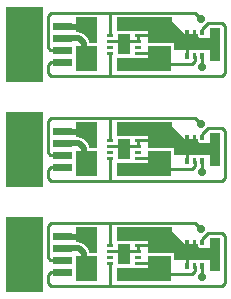
<source format=gbr>
G04 start of page 2 for group 0 idx 0 *
G04 Title: (unknown), top *
G04 Creator: pcb 20140316 *
G04 CreationDate: Thu 29 Nov 2018 09:56:59 PM GMT UTC *
G04 For: railfan *
G04 Format: Gerber/RS-274X *
G04 PCB-Dimensions (mil): 900.00 970.00 *
G04 PCB-Coordinate-Origin: lower left *
%MOIN*%
%FSLAX25Y25*%
%LNTOP*%
%ADD23C,0.0120*%
%ADD22C,0.0310*%
%ADD21C,0.0280*%
%ADD20R,0.0354X0.0354*%
%ADD19R,0.0098X0.0098*%
%ADD18R,0.0394X0.0394*%
%ADD17R,0.0118X0.0118*%
%ADD16R,0.0512X0.0512*%
%ADD15R,0.0384X0.0384*%
%ADD14R,0.0236X0.0236*%
%ADD13C,0.0100*%
%ADD12C,0.0200*%
%ADD11C,0.0001*%
G54D11*G36*
X7500Y71000D02*Y96000D01*
X20000D01*
Y93059D01*
X19995Y93000D01*
X20000Y92941D01*
Y82559D01*
X19995Y82500D01*
X20000Y82441D01*
Y76559D01*
X19995Y76500D01*
X20000Y76441D01*
Y74059D01*
X19995Y74000D01*
X20000Y73941D01*
Y71000D01*
X7500D01*
G37*
G36*
Y36000D02*Y61000D01*
X20000D01*
Y58059D01*
X19995Y58000D01*
X20000Y57941D01*
Y47559D01*
X19995Y47500D01*
X20000Y47441D01*
Y41559D01*
X19995Y41500D01*
X20000Y41441D01*
Y39059D01*
X19995Y39000D01*
X20000Y38941D01*
Y36000D01*
X7500D01*
G37*
G36*
Y1000D02*Y26000D01*
X20000D01*
Y23059D01*
X19995Y23000D01*
X20000Y22941D01*
Y12559D01*
X19995Y12500D01*
X20000Y12441D01*
Y6559D01*
X19995Y6500D01*
X20000Y6441D01*
Y4059D01*
X19995Y4000D01*
X20000Y3941D01*
Y1000D01*
X7500D01*
G37*
G36*
X62500Y83000D02*Y74500D01*
X55000D01*
Y83000D01*
X62500D01*
G37*
G36*
X44500Y74500D02*Y79000D01*
X57500D01*
Y74500D01*
X44500D01*
G37*
G36*
X38000Y57500D02*Y49000D01*
X35506D01*
Y49000D01*
X35481Y49314D01*
X35481Y49314D01*
X35408Y49620D01*
X35288Y49911D01*
X35123Y50179D01*
X34919Y50419D01*
X34859Y50470D01*
X33501Y51827D01*
X33450Y51887D01*
X33211Y52091D01*
X33211Y52092D01*
X32942Y52256D01*
X32651Y52376D01*
X32345Y52450D01*
X32032Y52475D01*
X31953Y52469D01*
X31000D01*
Y57500D01*
X38000D01*
G37*
G36*
X57500D02*Y53000D01*
X44500D01*
Y57500D01*
X57500D01*
G37*
G36*
X31000Y48000D02*X31500D01*
Y45500D01*
X31519Y45186D01*
X31592Y44880D01*
X31712Y44589D01*
X31877Y44321D01*
X32081Y44081D01*
X32321Y43877D01*
X32589Y43712D01*
X32880Y43592D01*
X33186Y43519D01*
X33500Y43494D01*
X33814Y43519D01*
X34120Y43592D01*
X34411Y43712D01*
X34679Y43877D01*
X34919Y44081D01*
X35123Y44321D01*
X35288Y44589D01*
X35408Y44880D01*
X35481Y45186D01*
X35500Y45500D01*
Y48000D01*
X38000D01*
Y39500D01*
X31000D01*
Y48000D01*
G37*
G36*
X38000D01*
Y41500D01*
X31000D01*
Y48000D01*
G37*
G36*
X38000Y22500D02*Y14000D01*
X35506D01*
Y14000D01*
X35481Y14314D01*
X35481Y14314D01*
X35408Y14620D01*
X35288Y14911D01*
X35123Y15179D01*
X34919Y15419D01*
X34859Y15470D01*
X33501Y16827D01*
X33450Y16887D01*
X33211Y17091D01*
X33211Y17092D01*
X32942Y17256D01*
X32651Y17376D01*
X32345Y17450D01*
X32032Y17475D01*
X31953Y17469D01*
X31000D01*
Y22500D01*
X38000D01*
G37*
G36*
X31000Y13000D02*X31500D01*
Y10500D01*
X31519Y10186D01*
X31592Y9880D01*
X31712Y9589D01*
X31877Y9321D01*
X32081Y9081D01*
X32321Y8877D01*
X32589Y8712D01*
X32880Y8592D01*
X33186Y8519D01*
X33500Y8494D01*
X33814Y8519D01*
X34120Y8592D01*
X34411Y8712D01*
X34679Y8877D01*
X34919Y9081D01*
X35123Y9321D01*
X35288Y9589D01*
X35408Y9880D01*
X35481Y10186D01*
X35500Y10500D01*
Y13000D01*
X38000D01*
Y4500D01*
X31000D01*
Y13000D01*
G37*
G36*
X38000D01*
Y6500D01*
X31000D01*
Y13000D01*
G37*
G36*
X62500Y48000D02*Y39500D01*
X55000D01*
Y48000D01*
X62500D01*
G37*
G36*
Y13000D02*Y4500D01*
X55000D01*
Y13000D01*
X62500D01*
G37*
G36*
X63000Y14000D02*X55000D01*
Y22500D01*
X63000D01*
Y14000D01*
G37*
G36*
X63500Y11500D02*Y17000D01*
X71500D01*
X71574Y16889D01*
X71577Y16311D01*
X71610Y16174D01*
X71664Y16043D01*
X71738Y15922D01*
X71830Y15814D01*
X71938Y15722D01*
X72059Y15648D01*
X72190Y15594D01*
X72327Y15561D01*
X72465Y15553D01*
X72500Y15500D01*
X77000D01*
Y11500D01*
X63500D01*
G37*
G36*
X64500Y14000D02*X61500D01*
Y22500D01*
X67000Y17000D01*
Y14000D01*
X64500D01*
G37*
G36*
X75621Y19000D02*X78879D01*
X79000Y18879D01*
Y8000D01*
X75500D01*
Y18879D01*
X75621Y19000D01*
G37*
G36*
X44500Y39500D02*Y44000D01*
X57500D01*
Y39500D01*
X44500D01*
G37*
G36*
X57500Y22500D02*Y18000D01*
X44500D01*
Y22500D01*
X57500D01*
G37*
G36*
X44500Y4500D02*Y9000D01*
X57500D01*
Y4500D01*
X44500D01*
G37*
G36*
X63000Y49000D02*X55000D01*
Y57500D01*
X63000D01*
Y49000D01*
G37*
G36*
X63500Y46500D02*Y52000D01*
X71500D01*
X71574Y51889D01*
X71577Y51311D01*
X71610Y51174D01*
X71664Y51043D01*
X71738Y50922D01*
X71830Y50814D01*
X71938Y50722D01*
X72059Y50648D01*
X72190Y50594D01*
X72327Y50561D01*
X72465Y50553D01*
X72500Y50500D01*
X77000D01*
Y46500D01*
X63500D01*
G37*
G36*
X64500Y49000D02*X61500D01*
Y57500D01*
X67000Y52000D01*
Y49000D01*
X64500D01*
G37*
G36*
X75621Y54000D02*X78879D01*
X79000Y53879D01*
Y43000D01*
X75500D01*
Y53879D01*
X75621Y54000D01*
G37*
G36*
X38000Y92500D02*Y84000D01*
X35506D01*
Y84000D01*
X35481Y84314D01*
X35481Y84314D01*
X35408Y84620D01*
X35288Y84911D01*
X35123Y85179D01*
X34919Y85419D01*
X34859Y85470D01*
X33501Y86827D01*
X33450Y86887D01*
X33211Y87091D01*
X33211Y87092D01*
X32942Y87256D01*
X32651Y87376D01*
X32345Y87450D01*
X32032Y87475D01*
X31953Y87469D01*
X31000D01*
Y92500D01*
X38000D01*
G37*
G36*
X31000Y83000D02*X31500D01*
Y80500D01*
X31519Y80186D01*
X31592Y79880D01*
X31712Y79589D01*
X31877Y79321D01*
X32081Y79081D01*
X32321Y78877D01*
X32589Y78712D01*
X32880Y78592D01*
X33186Y78519D01*
X33500Y78494D01*
X33814Y78519D01*
X34120Y78592D01*
X34411Y78712D01*
X34679Y78877D01*
X34919Y79081D01*
X35123Y79321D01*
X35288Y79589D01*
X35408Y79880D01*
X35481Y80186D01*
X35500Y80500D01*
Y83000D01*
X38000D01*
Y74500D01*
X31000D01*
Y83000D01*
G37*
G36*
X57500Y92500D02*Y88000D01*
X44500D01*
Y92500D01*
X57500D01*
G37*
G36*
X31000Y83000D02*X38000D01*
Y76500D01*
X31000D01*
Y83000D01*
G37*
G36*
X63000Y84000D02*X55000D01*
Y92500D01*
X63000D01*
Y84000D01*
G37*
G36*
X63500Y81500D02*Y87000D01*
X71500D01*
X71574Y86889D01*
X71577Y86311D01*
X71610Y86174D01*
X71664Y86043D01*
X71738Y85922D01*
X71830Y85814D01*
X71938Y85722D01*
X72059Y85648D01*
X72190Y85594D01*
X72327Y85561D01*
X72465Y85553D01*
X72500Y85500D01*
X77000D01*
Y81500D01*
X63500D01*
G37*
G36*
X64500Y84000D02*X61500D01*
Y92500D01*
X67000Y87000D01*
Y84000D01*
X64500D01*
G37*
G36*
X75621Y89000D02*X78879D01*
X79000Y88879D01*
Y78000D01*
X75500D01*
Y88879D01*
X75621Y89000D01*
G37*
G54D12*X26500Y54406D02*X33500D01*
X26500Y50469D02*X32031D01*
X33500Y49000D01*
G54D13*X42374Y51453D02*Y59000D01*
G54D12*X33500Y49000D02*Y45500D01*
G54D13*X42374Y45547D02*Y38000D01*
X26500Y46531D02*X22469D01*
X26500Y42594D02*X22594D01*
X21500Y41500D01*
Y39000D01*
X22500Y38000D01*
X22469Y46531D02*X21500Y47500D01*
Y58000D01*
X22500Y59000D01*
X42374Y49484D02*X51626D01*
Y51453D02*Y49484D01*
Y51500D02*X56000D01*
X22500Y59000D02*X70500D01*
X67941Y44661D02*Y48500D01*
X70500Y44661D02*Y43000D01*
X51626Y45547D02*X56000D01*
X22500Y38000D02*X79500D01*
X70500Y43000D02*X69500Y42000D01*
X60000D01*
X73059Y44661D02*Y41000D01*
X79500Y38000D02*X80500Y39000D01*
Y54500D01*
X79500Y55500D01*
X75000D01*
X73059Y53559D01*
Y52339D01*
X70500Y59000D02*X72500Y57000D01*
G54D12*X26500Y19406D02*X33500D01*
X26500Y15469D02*X32031D01*
G54D13*X22500Y24000D02*X70500D01*
G54D12*X32031Y15469D02*X33500Y14000D01*
G54D13*X42374Y14484D02*X51626D01*
Y16453D02*Y14484D01*
Y16500D02*X56000D01*
X51626Y10547D02*X56000D01*
G54D12*X33500Y14000D02*Y10500D01*
G54D13*X42374Y10547D02*Y3000D01*
Y16453D02*Y24000D01*
X22469Y11531D02*X21500Y12500D01*
Y23000D01*
X22500Y24000D01*
X70500D02*X72500Y22000D01*
X26500Y11531D02*X22469D01*
X26500Y7594D02*X22594D01*
X21500Y6500D01*
Y4000D01*
X22500Y3000D01*
X79500D01*
X67941Y9661D02*Y13500D01*
X79500Y3000D02*X80500Y4000D01*
X70500Y9661D02*Y8000D01*
X69500Y7000D01*
X60000D01*
X73059Y9661D02*Y6000D01*
X80500Y4000D02*Y19500D01*
X79500Y20500D01*
X75000D01*
X73059Y18559D01*
Y17339D01*
X42374Y84484D02*X51626D01*
Y86453D02*Y84484D01*
X42374Y80547D02*Y73000D01*
Y86453D02*Y94000D01*
X51626Y86500D02*X56000D01*
X22500Y73000D02*X79500D01*
X80500Y74000D01*
X22500Y94000D02*X70500D01*
X73059Y79661D02*Y76000D01*
X79500Y90500D02*X75000D01*
X73059Y88559D01*
Y87339D01*
X70500Y94000D02*X72500Y92000D01*
X26500Y81531D02*X22469D01*
X21500Y82500D01*
Y93000D01*
G54D12*X26500Y89406D02*X33500D01*
X26500Y85469D02*X32031D01*
X33500Y84000D01*
Y80500D01*
G54D13*X21500Y93000D02*X22500Y94000D01*
X26500Y77594D02*X22594D01*
X21500Y76500D01*
Y74000D01*
X22500Y73000D01*
X51626Y80547D02*X56000D01*
X67941Y79661D02*Y83500D01*
X70500Y79661D02*Y78000D01*
X69500Y77000D01*
X60000D01*
X80500Y74000D02*Y89500D01*
X79500Y90500D01*
G54D14*X24630Y89406D02*X28370D01*
X24630Y85469D02*X28370D01*
X24630Y81531D02*X28370D01*
X24630Y77594D02*X28370D01*
G54D15*X9620Y72919D02*X12868D01*
X9620Y94081D02*X12868D01*
G54D14*X24630Y54406D02*X28370D01*
X24630Y50469D02*X28370D01*
X24630Y46531D02*X28370D01*
X24630Y42594D02*X28370D01*
X24630Y19406D02*X28370D01*
X24630Y15469D02*X28370D01*
X24630Y11531D02*X28370D01*
X24630Y7594D02*X28370D01*
G54D15*X9620Y37919D02*X12868D01*
X9620Y59081D02*X12868D01*
X9620Y2919D02*X12868D01*
X9620Y24081D02*X12868D01*
G54D16*X59107Y79957D02*X59893D01*
G54D17*X67941D02*Y79366D01*
X70500Y79957D02*Y79366D01*
X73059Y79957D02*Y79366D01*
G54D18*X68531Y83500D02*X72469D01*
G54D16*X59107Y87043D02*X59893D01*
G54D17*X73059Y87634D02*Y87043D01*
X70500Y87634D02*Y87043D01*
X67941Y87634D02*Y87043D01*
G54D19*X41783Y86453D02*X42965D01*
X41783Y84484D02*X42965D01*
X41783Y82516D02*X42965D01*
X41783Y80547D02*X42965D01*
X51035D02*X52217D01*
X51035Y82516D02*X52217D01*
X51035Y84484D02*X52217D01*
X51035Y86453D02*X52217D01*
G54D20*X47000Y84878D02*Y82122D01*
G54D18*Y84878D02*Y82122D01*
G54D16*X59107Y44957D02*X59893D01*
X59107Y52043D02*X59893D01*
G54D17*X67941Y44957D02*Y44366D01*
X70500Y44957D02*Y44366D01*
X73059Y44957D02*Y44366D01*
G54D18*X68531Y48500D02*X72469D01*
G54D19*X41783Y51453D02*X42965D01*
G54D17*X73059Y52634D02*Y52043D01*
X70500Y52634D02*Y52043D01*
X67941Y52634D02*Y52043D01*
G54D19*X41783Y49484D02*X42965D01*
X41783Y47516D02*X42965D01*
X41783Y45547D02*X42965D01*
X51035D02*X52217D01*
X51035Y47516D02*X52217D01*
X51035Y49484D02*X52217D01*
X51035Y51453D02*X52217D01*
G54D20*X47000Y49878D02*Y47122D01*
G54D18*Y49878D02*Y47122D01*
G54D16*X59107Y9957D02*X59893D01*
X59107Y17043D02*X59893D01*
G54D17*X73059Y17634D02*Y17043D01*
X70500Y17634D02*Y17043D01*
X67941Y17634D02*Y17043D01*
Y9957D02*Y9366D01*
X70500Y9957D02*Y9366D01*
X73059Y9957D02*Y9366D01*
G54D18*X68531Y13500D02*X72469D01*
G54D19*X41783Y16453D02*X42965D01*
X41783Y14484D02*X42965D01*
X41783Y12516D02*X42965D01*
X41783Y10547D02*X42965D01*
X51035D02*X52217D01*
X51035Y12516D02*X52217D01*
X51035Y14484D02*X52217D01*
X51035Y16453D02*X52217D01*
G54D20*X47000Y14878D02*Y12122D01*
G54D18*Y14878D02*Y12122D01*
G54D21*X33000Y54500D03*
Y46000D03*
X36000D03*
Y54500D03*
X47000Y55000D03*
X50500D03*
X54000D03*
X47000Y20000D03*
X50500D03*
X54000D03*
X33000Y19500D03*
Y11000D03*
X36000D03*
Y19500D03*
X47000Y7000D03*
X50500D03*
X54000D03*
X47000Y42000D03*
X50500D03*
X54000D03*
X33000Y89500D03*
Y81000D03*
X36000D03*
Y89500D03*
X47000Y77000D03*
X50500D03*
X54000D03*
X47000Y90000D03*
X50500D03*
X54000D03*
X77000Y87000D03*
Y83500D03*
Y80000D03*
X73059Y76000D03*
X72500Y92000D03*
X64500Y86500D03*
X77000Y52000D03*
Y48500D03*
Y45000D03*
X73059Y41000D03*
X72500Y57000D03*
X64500Y51500D03*
X77000Y17000D03*
X72500Y22000D03*
X64500Y16500D03*
X77000Y13500D03*
Y10000D03*
X73059Y6000D03*
G54D22*G54D23*G54D22*G54D23*G54D22*G54D23*G54D22*G54D23*G54D22*G54D23*M02*

</source>
